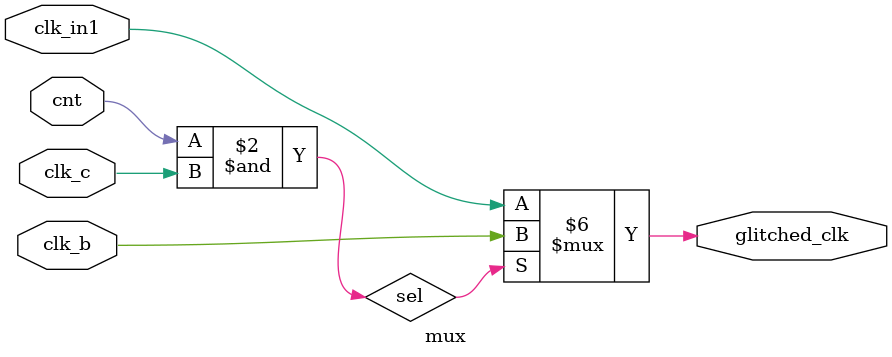
<source format=sv>
`timescale 1ns / 1ps //////////////////////////////////////////////////////////////////////////////////


//////////////////////////////////////////////////////////////////////////////////
// Company: 
// Engineer: 
// 
// Create Date: 03/17/2025 12:01:11 PM
// Design Name: 
// Module Name: mux
// Project Name: 
// Target Devices: 
// Tool Versions: 
// Description: 
// 
// Dependencies: 
// 
// Revision:
// Revision 0.01 - File Created
// Additional Comments:
// 
//////////////////////////////////////////////////////////////////////////////////


module mux(
input logic clk_b,
input logic clk_c,
input logic cnt,
input logic clk_in1,
output logic glitched_clk
    );
    
  logic  sel ;
  always_comb begin
  sel =cnt & clk_c;
  end
  
    always_comb begin
    
    if (sel ==1)
    glitched_clk= clk_b;
    else
    glitched_clk=clk_in1;
    end
endmodule



</source>
